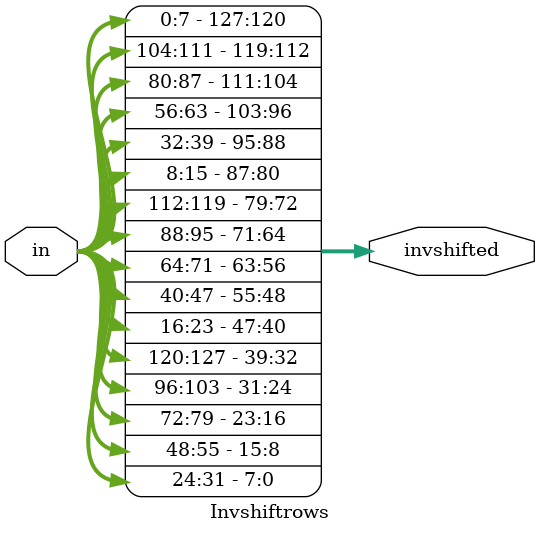
<source format=v>
module Invshiftrows(input [0:127] in, output [0:127] invshifted);
    // 1st row: No shifting
    assign invshifted[0+:8] = in[0+:8];
    assign invshifted[32+:8] = in[32+:8];
    assign invshifted[64+:8] = in[64+:8];
    assign invshifted[96+:8] = in[96+:8];

    // 2nd row: Shifted one byte to the right
    assign invshifted[8+:8] = in[104+:8];
    assign invshifted[40+:8] = in[8+:8];
    assign invshifted[72+:8] = in[40+:8];
    assign invshifted[104+:8] = in[72+:8];

    // 3rd row: Shifted two bytes to the right
    assign invshifted[16+:8] = in[80+:8];
    assign invshifted[48+:8] = in[112+:8];
    assign invshifted[80+:8] = in[16+:8];
    assign invshifted[112+:8] = in[48+:8];

    // 4th row: Shifted three bytes to the right
    assign invshifted[24+:8] = in[56+:8];
    assign invshifted[56+:8] = in[88+:8];
    assign invshifted[88+:8] = in[120+:8];
    assign invshifted[120+:8] = in[24+:8];
endmodule

</source>
